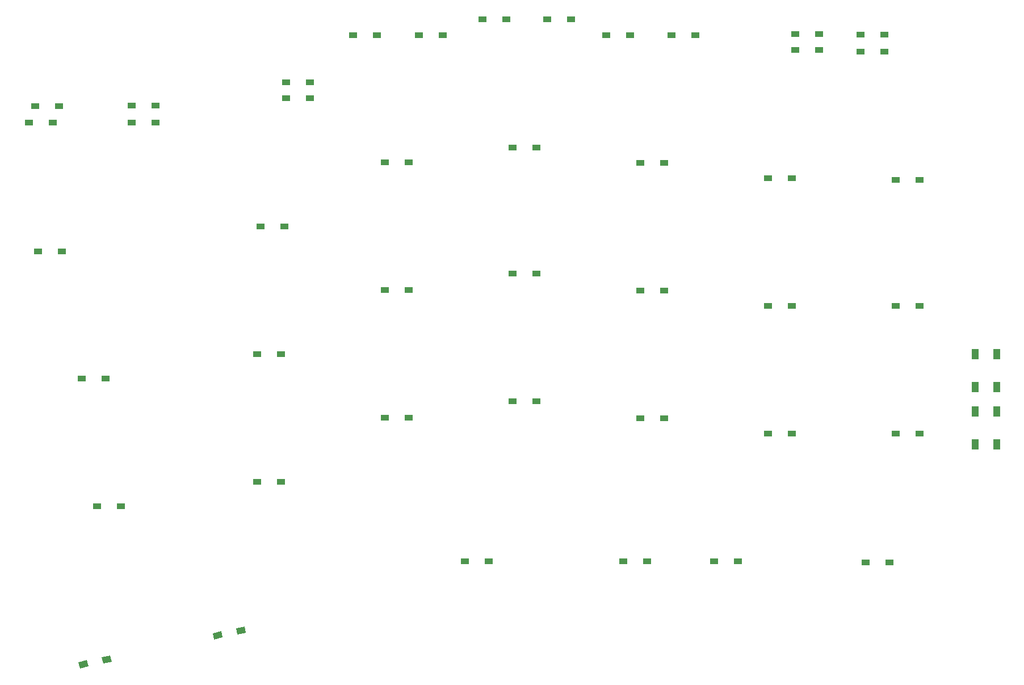
<source format=gtp>
G04 #@! TF.GenerationSoftware,KiCad,Pcbnew,(5.1.5-0-10_14)*
G04 #@! TF.CreationDate,2020-04-18T19:56:34+09:00*
G04 #@! TF.ProjectId,Colice,436f6c69-6365-42e6-9b69-6361645f7063,rev?*
G04 #@! TF.SameCoordinates,Original*
G04 #@! TF.FileFunction,Paste,Top*
G04 #@! TF.FilePolarity,Positive*
%FSLAX46Y46*%
G04 Gerber Fmt 4.6, Leading zero omitted, Abs format (unit mm)*
G04 Created by KiCad (PCBNEW (5.1.5-0-10_14)) date 2020-04-18 19:56:34*
%MOMM*%
%LPD*%
G04 APERTURE LIST*
%ADD10R,1.300000X0.950000*%
%ADD11C,0.100000*%
%ADD12R,1.000000X1.500000*%
G04 APERTURE END LIST*
D10*
X161547000Y-51117500D03*
X165097000Y-51117500D03*
X174876000Y-51181000D03*
X171326000Y-51181000D03*
X52194000Y-83566000D03*
X48644000Y-83566000D03*
X99184000Y-51308000D03*
X95634000Y-51308000D03*
X89151000Y-60706000D03*
X85601000Y-60706000D03*
X51781250Y-61912500D03*
X48231250Y-61912500D03*
X50797000Y-64341375D03*
X47247000Y-64341375D03*
X62614000Y-61801375D03*
X66164000Y-61801375D03*
X66164000Y-64341375D03*
X62614000Y-64341375D03*
X58671000Y-102504875D03*
X55121000Y-102504875D03*
X60957000Y-121554875D03*
X57407000Y-121554875D03*
D11*
G36*
X78389774Y-140692720D02*
G01*
X78192258Y-139763479D01*
X79463850Y-139493194D01*
X79661366Y-140422435D01*
X78389774Y-140692720D01*
G37*
G36*
X74917350Y-141430806D02*
G01*
X74719834Y-140501565D01*
X75991426Y-140231280D01*
X76188942Y-141160521D01*
X74917350Y-141430806D01*
G37*
D10*
X85601000Y-58293000D03*
X89151000Y-58293000D03*
X85341000Y-79819500D03*
X81791000Y-79819500D03*
X84833000Y-98869500D03*
X81283000Y-98869500D03*
X84833000Y-117919500D03*
X81283000Y-117919500D03*
X108963000Y-51308000D03*
X105413000Y-51308000D03*
X103883000Y-70262750D03*
X100333000Y-70262750D03*
X103883000Y-89312750D03*
X100333000Y-89312750D03*
X103883000Y-108362750D03*
X100333000Y-108362750D03*
X115821000Y-129794000D03*
X112271000Y-129794000D03*
X114938000Y-48895000D03*
X118488000Y-48895000D03*
X128140000Y-48895000D03*
X124590000Y-48895000D03*
X122933000Y-68072000D03*
X119383000Y-68072000D03*
X122933000Y-86868000D03*
X119383000Y-86868000D03*
X122933000Y-105918000D03*
X119383000Y-105918000D03*
X139443000Y-129794000D03*
X135893000Y-129794000D03*
X136903000Y-51308000D03*
X133353000Y-51308000D03*
X146682000Y-51308000D03*
X143132000Y-51308000D03*
X141983000Y-70358000D03*
X138433000Y-70358000D03*
X141983000Y-89408000D03*
X138433000Y-89408000D03*
X141983000Y-108458000D03*
X138433000Y-108458000D03*
X153032000Y-129794000D03*
X149482000Y-129794000D03*
X165097000Y-53467000D03*
X161547000Y-53467000D03*
X161033000Y-72644000D03*
X157483000Y-72644000D03*
X161033000Y-91694000D03*
X157483000Y-91694000D03*
X161033000Y-110744000D03*
X157483000Y-110744000D03*
X174876000Y-53721000D03*
X171326000Y-53721000D03*
X180083000Y-72898000D03*
X176533000Y-72898000D03*
X180083000Y-91694000D03*
X176533000Y-91694000D03*
X180083000Y-110744000D03*
X176533000Y-110744000D03*
X175638000Y-129921000D03*
X172088000Y-129921000D03*
D11*
G36*
X58349174Y-145010720D02*
G01*
X58151658Y-144081479D01*
X59423250Y-143811194D01*
X59620766Y-144740435D01*
X58349174Y-145010720D01*
G37*
G36*
X54876750Y-145748806D02*
G01*
X54679234Y-144819565D01*
X55950826Y-144549280D01*
X56148342Y-145478521D01*
X54876750Y-145748806D01*
G37*
D12*
X191592000Y-107405000D03*
X188392000Y-107405000D03*
X191592000Y-112305000D03*
X188392000Y-112305000D03*
X188392000Y-103796000D03*
X191592000Y-103796000D03*
X188392000Y-98896000D03*
X191592000Y-98896000D03*
M02*

</source>
